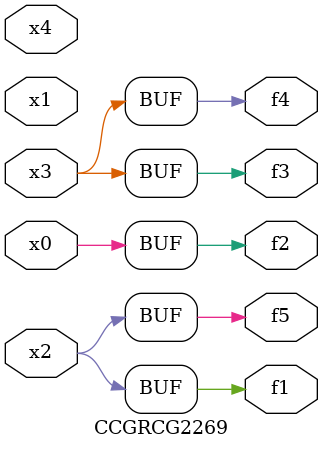
<source format=v>
module CCGRCG2269(
	input x0, x1, x2, x3, x4,
	output f1, f2, f3, f4, f5
);
	assign f1 = x2;
	assign f2 = x0;
	assign f3 = x3;
	assign f4 = x3;
	assign f5 = x2;
endmodule

</source>
